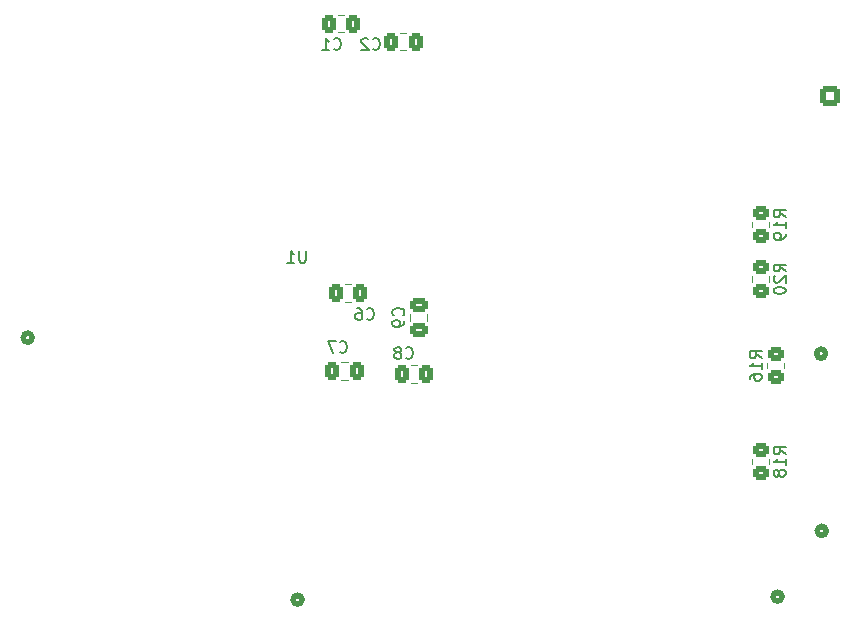
<source format=gbo>
G04 #@! TF.GenerationSoftware,KiCad,Pcbnew,8.0.5*
G04 #@! TF.CreationDate,2024-10-22T19:53:53-04:00*
G04 #@! TF.ProjectId,PCB_Schematic,5043425f-5363-4686-956d-617469632e6b,rev?*
G04 #@! TF.SameCoordinates,Original*
G04 #@! TF.FileFunction,Legend,Bot*
G04 #@! TF.FilePolarity,Positive*
%FSLAX46Y46*%
G04 Gerber Fmt 4.6, Leading zero omitted, Abs format (unit mm)*
G04 Created by KiCad (PCBNEW 8.0.5) date 2024-10-22 19:53:53*
%MOMM*%
%LPD*%
G01*
G04 APERTURE LIST*
G04 Aperture macros list*
%AMRoundRect*
0 Rectangle with rounded corners*
0 $1 Rounding radius*
0 $2 $3 $4 $5 $6 $7 $8 $9 X,Y pos of 4 corners*
0 Add a 4 corners polygon primitive as box body*
4,1,4,$2,$3,$4,$5,$6,$7,$8,$9,$2,$3,0*
0 Add four circle primitives for the rounded corners*
1,1,$1+$1,$2,$3*
1,1,$1+$1,$4,$5*
1,1,$1+$1,$6,$7*
1,1,$1+$1,$8,$9*
0 Add four rect primitives between the rounded corners*
20,1,$1+$1,$2,$3,$4,$5,0*
20,1,$1+$1,$4,$5,$6,$7,0*
20,1,$1+$1,$6,$7,$8,$9,0*
20,1,$1+$1,$8,$9,$2,$3,0*%
G04 Aperture macros list end*
%ADD10C,0.150000*%
%ADD11C,0.508000*%
%ADD12C,0.120000*%
%ADD13C,1.752600*%
%ADD14O,1.200000X2.900000*%
%ADD15RoundRect,0.250000X0.600000X0.600000X-0.600000X0.600000X-0.600000X-0.600000X0.600000X-0.600000X0*%
%ADD16C,1.700000*%
%ADD17C,2.200000*%
%ADD18RoundRect,0.250000X0.337500X0.475000X-0.337500X0.475000X-0.337500X-0.475000X0.337500X-0.475000X0*%
%ADD19RoundRect,0.250000X-0.475000X0.337500X-0.475000X-0.337500X0.475000X-0.337500X0.475000X0.337500X0*%
%ADD20RoundRect,0.250000X-0.337500X-0.475000X0.337500X-0.475000X0.337500X0.475000X-0.337500X0.475000X0*%
%ADD21RoundRect,0.250000X-0.450000X0.350000X-0.450000X-0.350000X0.450000X-0.350000X0.450000X0.350000X0*%
%ADD22RoundRect,0.250000X0.450000X-0.350000X0.450000X0.350000X-0.450000X0.350000X-0.450000X-0.350000X0*%
%ADD23C,0.600000*%
%ADD24C,0.800000*%
%ADD25C,5.000000*%
%ADD26C,1.000000*%
G04 APERTURE END LIST*
D10*
X117444904Y-94412819D02*
X117444904Y-95222342D01*
X117444904Y-95222342D02*
X117397285Y-95317580D01*
X117397285Y-95317580D02*
X117349666Y-95365200D01*
X117349666Y-95365200D02*
X117254428Y-95412819D01*
X117254428Y-95412819D02*
X117063952Y-95412819D01*
X117063952Y-95412819D02*
X116968714Y-95365200D01*
X116968714Y-95365200D02*
X116921095Y-95317580D01*
X116921095Y-95317580D02*
X116873476Y-95222342D01*
X116873476Y-95222342D02*
X116873476Y-94412819D01*
X115873476Y-95412819D02*
X116444904Y-95412819D01*
X116159190Y-95412819D02*
X116159190Y-94412819D01*
X116159190Y-94412819D02*
X116254428Y-94555676D01*
X116254428Y-94555676D02*
X116349666Y-94650914D01*
X116349666Y-94650914D02*
X116444904Y-94698533D01*
X123102666Y-77321580D02*
X123150285Y-77369200D01*
X123150285Y-77369200D02*
X123293142Y-77416819D01*
X123293142Y-77416819D02*
X123388380Y-77416819D01*
X123388380Y-77416819D02*
X123531237Y-77369200D01*
X123531237Y-77369200D02*
X123626475Y-77273961D01*
X123626475Y-77273961D02*
X123674094Y-77178723D01*
X123674094Y-77178723D02*
X123721713Y-76988247D01*
X123721713Y-76988247D02*
X123721713Y-76845390D01*
X123721713Y-76845390D02*
X123674094Y-76654914D01*
X123674094Y-76654914D02*
X123626475Y-76559676D01*
X123626475Y-76559676D02*
X123531237Y-76464438D01*
X123531237Y-76464438D02*
X123388380Y-76416819D01*
X123388380Y-76416819D02*
X123293142Y-76416819D01*
X123293142Y-76416819D02*
X123150285Y-76464438D01*
X123150285Y-76464438D02*
X123102666Y-76512057D01*
X122721713Y-76512057D02*
X122674094Y-76464438D01*
X122674094Y-76464438D02*
X122578856Y-76416819D01*
X122578856Y-76416819D02*
X122340761Y-76416819D01*
X122340761Y-76416819D02*
X122245523Y-76464438D01*
X122245523Y-76464438D02*
X122197904Y-76512057D01*
X122197904Y-76512057D02*
X122150285Y-76607295D01*
X122150285Y-76607295D02*
X122150285Y-76702533D01*
X122150285Y-76702533D02*
X122197904Y-76845390D01*
X122197904Y-76845390D02*
X122769332Y-77416819D01*
X122769332Y-77416819D02*
X122150285Y-77416819D01*
X125896666Y-103483580D02*
X125944285Y-103531200D01*
X125944285Y-103531200D02*
X126087142Y-103578819D01*
X126087142Y-103578819D02*
X126182380Y-103578819D01*
X126182380Y-103578819D02*
X126325237Y-103531200D01*
X126325237Y-103531200D02*
X126420475Y-103435961D01*
X126420475Y-103435961D02*
X126468094Y-103340723D01*
X126468094Y-103340723D02*
X126515713Y-103150247D01*
X126515713Y-103150247D02*
X126515713Y-103007390D01*
X126515713Y-103007390D02*
X126468094Y-102816914D01*
X126468094Y-102816914D02*
X126420475Y-102721676D01*
X126420475Y-102721676D02*
X126325237Y-102626438D01*
X126325237Y-102626438D02*
X126182380Y-102578819D01*
X126182380Y-102578819D02*
X126087142Y-102578819D01*
X126087142Y-102578819D02*
X125944285Y-102626438D01*
X125944285Y-102626438D02*
X125896666Y-102674057D01*
X125325237Y-103007390D02*
X125420475Y-102959771D01*
X125420475Y-102959771D02*
X125468094Y-102912152D01*
X125468094Y-102912152D02*
X125515713Y-102816914D01*
X125515713Y-102816914D02*
X125515713Y-102769295D01*
X125515713Y-102769295D02*
X125468094Y-102674057D01*
X125468094Y-102674057D02*
X125420475Y-102626438D01*
X125420475Y-102626438D02*
X125325237Y-102578819D01*
X125325237Y-102578819D02*
X125134761Y-102578819D01*
X125134761Y-102578819D02*
X125039523Y-102626438D01*
X125039523Y-102626438D02*
X124991904Y-102674057D01*
X124991904Y-102674057D02*
X124944285Y-102769295D01*
X124944285Y-102769295D02*
X124944285Y-102816914D01*
X124944285Y-102816914D02*
X124991904Y-102912152D01*
X124991904Y-102912152D02*
X125039523Y-102959771D01*
X125039523Y-102959771D02*
X125134761Y-103007390D01*
X125134761Y-103007390D02*
X125325237Y-103007390D01*
X125325237Y-103007390D02*
X125420475Y-103055009D01*
X125420475Y-103055009D02*
X125468094Y-103102628D01*
X125468094Y-103102628D02*
X125515713Y-103197866D01*
X125515713Y-103197866D02*
X125515713Y-103388342D01*
X125515713Y-103388342D02*
X125468094Y-103483580D01*
X125468094Y-103483580D02*
X125420475Y-103531200D01*
X125420475Y-103531200D02*
X125325237Y-103578819D01*
X125325237Y-103578819D02*
X125134761Y-103578819D01*
X125134761Y-103578819D02*
X125039523Y-103531200D01*
X125039523Y-103531200D02*
X124991904Y-103483580D01*
X124991904Y-103483580D02*
X124944285Y-103388342D01*
X124944285Y-103388342D02*
X124944285Y-103197866D01*
X124944285Y-103197866D02*
X124991904Y-103102628D01*
X124991904Y-103102628D02*
X125039523Y-103055009D01*
X125039523Y-103055009D02*
X125134761Y-103007390D01*
X120308666Y-102975580D02*
X120356285Y-103023200D01*
X120356285Y-103023200D02*
X120499142Y-103070819D01*
X120499142Y-103070819D02*
X120594380Y-103070819D01*
X120594380Y-103070819D02*
X120737237Y-103023200D01*
X120737237Y-103023200D02*
X120832475Y-102927961D01*
X120832475Y-102927961D02*
X120880094Y-102832723D01*
X120880094Y-102832723D02*
X120927713Y-102642247D01*
X120927713Y-102642247D02*
X120927713Y-102499390D01*
X120927713Y-102499390D02*
X120880094Y-102308914D01*
X120880094Y-102308914D02*
X120832475Y-102213676D01*
X120832475Y-102213676D02*
X120737237Y-102118438D01*
X120737237Y-102118438D02*
X120594380Y-102070819D01*
X120594380Y-102070819D02*
X120499142Y-102070819D01*
X120499142Y-102070819D02*
X120356285Y-102118438D01*
X120356285Y-102118438D02*
X120308666Y-102166057D01*
X119975332Y-102070819D02*
X119308666Y-102070819D01*
X119308666Y-102070819D02*
X119737237Y-103070819D01*
X119800666Y-77321580D02*
X119848285Y-77369200D01*
X119848285Y-77369200D02*
X119991142Y-77416819D01*
X119991142Y-77416819D02*
X120086380Y-77416819D01*
X120086380Y-77416819D02*
X120229237Y-77369200D01*
X120229237Y-77369200D02*
X120324475Y-77273961D01*
X120324475Y-77273961D02*
X120372094Y-77178723D01*
X120372094Y-77178723D02*
X120419713Y-76988247D01*
X120419713Y-76988247D02*
X120419713Y-76845390D01*
X120419713Y-76845390D02*
X120372094Y-76654914D01*
X120372094Y-76654914D02*
X120324475Y-76559676D01*
X120324475Y-76559676D02*
X120229237Y-76464438D01*
X120229237Y-76464438D02*
X120086380Y-76416819D01*
X120086380Y-76416819D02*
X119991142Y-76416819D01*
X119991142Y-76416819D02*
X119848285Y-76464438D01*
X119848285Y-76464438D02*
X119800666Y-76512057D01*
X118848285Y-77416819D02*
X119419713Y-77416819D01*
X119133999Y-77416819D02*
X119133999Y-76416819D01*
X119133999Y-76416819D02*
X119229237Y-76559676D01*
X119229237Y-76559676D02*
X119324475Y-76654914D01*
X119324475Y-76654914D02*
X119419713Y-76702533D01*
X125679580Y-99887833D02*
X125727200Y-99840214D01*
X125727200Y-99840214D02*
X125774819Y-99697357D01*
X125774819Y-99697357D02*
X125774819Y-99602119D01*
X125774819Y-99602119D02*
X125727200Y-99459262D01*
X125727200Y-99459262D02*
X125631961Y-99364024D01*
X125631961Y-99364024D02*
X125536723Y-99316405D01*
X125536723Y-99316405D02*
X125346247Y-99268786D01*
X125346247Y-99268786D02*
X125203390Y-99268786D01*
X125203390Y-99268786D02*
X125012914Y-99316405D01*
X125012914Y-99316405D02*
X124917676Y-99364024D01*
X124917676Y-99364024D02*
X124822438Y-99459262D01*
X124822438Y-99459262D02*
X124774819Y-99602119D01*
X124774819Y-99602119D02*
X124774819Y-99697357D01*
X124774819Y-99697357D02*
X124822438Y-99840214D01*
X124822438Y-99840214D02*
X124870057Y-99887833D01*
X125774819Y-100364024D02*
X125774819Y-100554500D01*
X125774819Y-100554500D02*
X125727200Y-100649738D01*
X125727200Y-100649738D02*
X125679580Y-100697357D01*
X125679580Y-100697357D02*
X125536723Y-100792595D01*
X125536723Y-100792595D02*
X125346247Y-100840214D01*
X125346247Y-100840214D02*
X124965295Y-100840214D01*
X124965295Y-100840214D02*
X124870057Y-100792595D01*
X124870057Y-100792595D02*
X124822438Y-100744976D01*
X124822438Y-100744976D02*
X124774819Y-100649738D01*
X124774819Y-100649738D02*
X124774819Y-100459262D01*
X124774819Y-100459262D02*
X124822438Y-100364024D01*
X124822438Y-100364024D02*
X124870057Y-100316405D01*
X124870057Y-100316405D02*
X124965295Y-100268786D01*
X124965295Y-100268786D02*
X125203390Y-100268786D01*
X125203390Y-100268786D02*
X125298628Y-100316405D01*
X125298628Y-100316405D02*
X125346247Y-100364024D01*
X125346247Y-100364024D02*
X125393866Y-100459262D01*
X125393866Y-100459262D02*
X125393866Y-100649738D01*
X125393866Y-100649738D02*
X125346247Y-100744976D01*
X125346247Y-100744976D02*
X125298628Y-100792595D01*
X125298628Y-100792595D02*
X125203390Y-100840214D01*
X122594666Y-100181580D02*
X122642285Y-100229200D01*
X122642285Y-100229200D02*
X122785142Y-100276819D01*
X122785142Y-100276819D02*
X122880380Y-100276819D01*
X122880380Y-100276819D02*
X123023237Y-100229200D01*
X123023237Y-100229200D02*
X123118475Y-100133961D01*
X123118475Y-100133961D02*
X123166094Y-100038723D01*
X123166094Y-100038723D02*
X123213713Y-99848247D01*
X123213713Y-99848247D02*
X123213713Y-99705390D01*
X123213713Y-99705390D02*
X123166094Y-99514914D01*
X123166094Y-99514914D02*
X123118475Y-99419676D01*
X123118475Y-99419676D02*
X123023237Y-99324438D01*
X123023237Y-99324438D02*
X122880380Y-99276819D01*
X122880380Y-99276819D02*
X122785142Y-99276819D01*
X122785142Y-99276819D02*
X122642285Y-99324438D01*
X122642285Y-99324438D02*
X122594666Y-99372057D01*
X121737523Y-99276819D02*
X121927999Y-99276819D01*
X121927999Y-99276819D02*
X122023237Y-99324438D01*
X122023237Y-99324438D02*
X122070856Y-99372057D01*
X122070856Y-99372057D02*
X122166094Y-99514914D01*
X122166094Y-99514914D02*
X122213713Y-99705390D01*
X122213713Y-99705390D02*
X122213713Y-100086342D01*
X122213713Y-100086342D02*
X122166094Y-100181580D01*
X122166094Y-100181580D02*
X122118475Y-100229200D01*
X122118475Y-100229200D02*
X122023237Y-100276819D01*
X122023237Y-100276819D02*
X121832761Y-100276819D01*
X121832761Y-100276819D02*
X121737523Y-100229200D01*
X121737523Y-100229200D02*
X121689904Y-100181580D01*
X121689904Y-100181580D02*
X121642285Y-100086342D01*
X121642285Y-100086342D02*
X121642285Y-99848247D01*
X121642285Y-99848247D02*
X121689904Y-99753009D01*
X121689904Y-99753009D02*
X121737523Y-99705390D01*
X121737523Y-99705390D02*
X121832761Y-99657771D01*
X121832761Y-99657771D02*
X122023237Y-99657771D01*
X122023237Y-99657771D02*
X122118475Y-99705390D01*
X122118475Y-99705390D02*
X122166094Y-99753009D01*
X122166094Y-99753009D02*
X122213713Y-99848247D01*
X156030819Y-103497142D02*
X155554628Y-103163809D01*
X156030819Y-102925714D02*
X155030819Y-102925714D01*
X155030819Y-102925714D02*
X155030819Y-103306666D01*
X155030819Y-103306666D02*
X155078438Y-103401904D01*
X155078438Y-103401904D02*
X155126057Y-103449523D01*
X155126057Y-103449523D02*
X155221295Y-103497142D01*
X155221295Y-103497142D02*
X155364152Y-103497142D01*
X155364152Y-103497142D02*
X155459390Y-103449523D01*
X155459390Y-103449523D02*
X155507009Y-103401904D01*
X155507009Y-103401904D02*
X155554628Y-103306666D01*
X155554628Y-103306666D02*
X155554628Y-102925714D01*
X156030819Y-104449523D02*
X156030819Y-103878095D01*
X156030819Y-104163809D02*
X155030819Y-104163809D01*
X155030819Y-104163809D02*
X155173676Y-104068571D01*
X155173676Y-104068571D02*
X155268914Y-103973333D01*
X155268914Y-103973333D02*
X155316533Y-103878095D01*
X155030819Y-105306666D02*
X155030819Y-105116190D01*
X155030819Y-105116190D02*
X155078438Y-105020952D01*
X155078438Y-105020952D02*
X155126057Y-104973333D01*
X155126057Y-104973333D02*
X155268914Y-104878095D01*
X155268914Y-104878095D02*
X155459390Y-104830476D01*
X155459390Y-104830476D02*
X155840342Y-104830476D01*
X155840342Y-104830476D02*
X155935580Y-104878095D01*
X155935580Y-104878095D02*
X155983200Y-104925714D01*
X155983200Y-104925714D02*
X156030819Y-105020952D01*
X156030819Y-105020952D02*
X156030819Y-105211428D01*
X156030819Y-105211428D02*
X155983200Y-105306666D01*
X155983200Y-105306666D02*
X155935580Y-105354285D01*
X155935580Y-105354285D02*
X155840342Y-105401904D01*
X155840342Y-105401904D02*
X155602247Y-105401904D01*
X155602247Y-105401904D02*
X155507009Y-105354285D01*
X155507009Y-105354285D02*
X155459390Y-105306666D01*
X155459390Y-105306666D02*
X155411771Y-105211428D01*
X155411771Y-105211428D02*
X155411771Y-105020952D01*
X155411771Y-105020952D02*
X155459390Y-104925714D01*
X155459390Y-104925714D02*
X155507009Y-104878095D01*
X155507009Y-104878095D02*
X155602247Y-104830476D01*
X158060819Y-111625142D02*
X157584628Y-111291809D01*
X158060819Y-111053714D02*
X157060819Y-111053714D01*
X157060819Y-111053714D02*
X157060819Y-111434666D01*
X157060819Y-111434666D02*
X157108438Y-111529904D01*
X157108438Y-111529904D02*
X157156057Y-111577523D01*
X157156057Y-111577523D02*
X157251295Y-111625142D01*
X157251295Y-111625142D02*
X157394152Y-111625142D01*
X157394152Y-111625142D02*
X157489390Y-111577523D01*
X157489390Y-111577523D02*
X157537009Y-111529904D01*
X157537009Y-111529904D02*
X157584628Y-111434666D01*
X157584628Y-111434666D02*
X157584628Y-111053714D01*
X158060819Y-112577523D02*
X158060819Y-112006095D01*
X158060819Y-112291809D02*
X157060819Y-112291809D01*
X157060819Y-112291809D02*
X157203676Y-112196571D01*
X157203676Y-112196571D02*
X157298914Y-112101333D01*
X157298914Y-112101333D02*
X157346533Y-112006095D01*
X157489390Y-113148952D02*
X157441771Y-113053714D01*
X157441771Y-113053714D02*
X157394152Y-113006095D01*
X157394152Y-113006095D02*
X157298914Y-112958476D01*
X157298914Y-112958476D02*
X157251295Y-112958476D01*
X157251295Y-112958476D02*
X157156057Y-113006095D01*
X157156057Y-113006095D02*
X157108438Y-113053714D01*
X157108438Y-113053714D02*
X157060819Y-113148952D01*
X157060819Y-113148952D02*
X157060819Y-113339428D01*
X157060819Y-113339428D02*
X157108438Y-113434666D01*
X157108438Y-113434666D02*
X157156057Y-113482285D01*
X157156057Y-113482285D02*
X157251295Y-113529904D01*
X157251295Y-113529904D02*
X157298914Y-113529904D01*
X157298914Y-113529904D02*
X157394152Y-113482285D01*
X157394152Y-113482285D02*
X157441771Y-113434666D01*
X157441771Y-113434666D02*
X157489390Y-113339428D01*
X157489390Y-113339428D02*
X157489390Y-113148952D01*
X157489390Y-113148952D02*
X157537009Y-113053714D01*
X157537009Y-113053714D02*
X157584628Y-113006095D01*
X157584628Y-113006095D02*
X157679866Y-112958476D01*
X157679866Y-112958476D02*
X157870342Y-112958476D01*
X157870342Y-112958476D02*
X157965580Y-113006095D01*
X157965580Y-113006095D02*
X158013200Y-113053714D01*
X158013200Y-113053714D02*
X158060819Y-113148952D01*
X158060819Y-113148952D02*
X158060819Y-113339428D01*
X158060819Y-113339428D02*
X158013200Y-113434666D01*
X158013200Y-113434666D02*
X157965580Y-113482285D01*
X157965580Y-113482285D02*
X157870342Y-113529904D01*
X157870342Y-113529904D02*
X157679866Y-113529904D01*
X157679866Y-113529904D02*
X157584628Y-113482285D01*
X157584628Y-113482285D02*
X157537009Y-113434666D01*
X157537009Y-113434666D02*
X157489390Y-113339428D01*
X158060819Y-91559142D02*
X157584628Y-91225809D01*
X158060819Y-90987714D02*
X157060819Y-90987714D01*
X157060819Y-90987714D02*
X157060819Y-91368666D01*
X157060819Y-91368666D02*
X157108438Y-91463904D01*
X157108438Y-91463904D02*
X157156057Y-91511523D01*
X157156057Y-91511523D02*
X157251295Y-91559142D01*
X157251295Y-91559142D02*
X157394152Y-91559142D01*
X157394152Y-91559142D02*
X157489390Y-91511523D01*
X157489390Y-91511523D02*
X157537009Y-91463904D01*
X157537009Y-91463904D02*
X157584628Y-91368666D01*
X157584628Y-91368666D02*
X157584628Y-90987714D01*
X158060819Y-92511523D02*
X158060819Y-91940095D01*
X158060819Y-92225809D02*
X157060819Y-92225809D01*
X157060819Y-92225809D02*
X157203676Y-92130571D01*
X157203676Y-92130571D02*
X157298914Y-92035333D01*
X157298914Y-92035333D02*
X157346533Y-91940095D01*
X158060819Y-92987714D02*
X158060819Y-93178190D01*
X158060819Y-93178190D02*
X158013200Y-93273428D01*
X158013200Y-93273428D02*
X157965580Y-93321047D01*
X157965580Y-93321047D02*
X157822723Y-93416285D01*
X157822723Y-93416285D02*
X157632247Y-93463904D01*
X157632247Y-93463904D02*
X157251295Y-93463904D01*
X157251295Y-93463904D02*
X157156057Y-93416285D01*
X157156057Y-93416285D02*
X157108438Y-93368666D01*
X157108438Y-93368666D02*
X157060819Y-93273428D01*
X157060819Y-93273428D02*
X157060819Y-93082952D01*
X157060819Y-93082952D02*
X157108438Y-92987714D01*
X157108438Y-92987714D02*
X157156057Y-92940095D01*
X157156057Y-92940095D02*
X157251295Y-92892476D01*
X157251295Y-92892476D02*
X157489390Y-92892476D01*
X157489390Y-92892476D02*
X157584628Y-92940095D01*
X157584628Y-92940095D02*
X157632247Y-92987714D01*
X157632247Y-92987714D02*
X157679866Y-93082952D01*
X157679866Y-93082952D02*
X157679866Y-93273428D01*
X157679866Y-93273428D02*
X157632247Y-93368666D01*
X157632247Y-93368666D02*
X157584628Y-93416285D01*
X157584628Y-93416285D02*
X157489390Y-93463904D01*
X158060819Y-96147142D02*
X157584628Y-95813809D01*
X158060819Y-95575714D02*
X157060819Y-95575714D01*
X157060819Y-95575714D02*
X157060819Y-95956666D01*
X157060819Y-95956666D02*
X157108438Y-96051904D01*
X157108438Y-96051904D02*
X157156057Y-96099523D01*
X157156057Y-96099523D02*
X157251295Y-96147142D01*
X157251295Y-96147142D02*
X157394152Y-96147142D01*
X157394152Y-96147142D02*
X157489390Y-96099523D01*
X157489390Y-96099523D02*
X157537009Y-96051904D01*
X157537009Y-96051904D02*
X157584628Y-95956666D01*
X157584628Y-95956666D02*
X157584628Y-95575714D01*
X157156057Y-96528095D02*
X157108438Y-96575714D01*
X157108438Y-96575714D02*
X157060819Y-96670952D01*
X157060819Y-96670952D02*
X157060819Y-96909047D01*
X157060819Y-96909047D02*
X157108438Y-97004285D01*
X157108438Y-97004285D02*
X157156057Y-97051904D01*
X157156057Y-97051904D02*
X157251295Y-97099523D01*
X157251295Y-97099523D02*
X157346533Y-97099523D01*
X157346533Y-97099523D02*
X157489390Y-97051904D01*
X157489390Y-97051904D02*
X158060819Y-96480476D01*
X158060819Y-96480476D02*
X158060819Y-97099523D01*
X157060819Y-97718571D02*
X157060819Y-97813809D01*
X157060819Y-97813809D02*
X157108438Y-97909047D01*
X157108438Y-97909047D02*
X157156057Y-97956666D01*
X157156057Y-97956666D02*
X157251295Y-98004285D01*
X157251295Y-98004285D02*
X157441771Y-98051904D01*
X157441771Y-98051904D02*
X157679866Y-98051904D01*
X157679866Y-98051904D02*
X157870342Y-98004285D01*
X157870342Y-98004285D02*
X157965580Y-97956666D01*
X157965580Y-97956666D02*
X158013200Y-97909047D01*
X158013200Y-97909047D02*
X158060819Y-97813809D01*
X158060819Y-97813809D02*
X158060819Y-97718571D01*
X158060819Y-97718571D02*
X158013200Y-97623333D01*
X158013200Y-97623333D02*
X157965580Y-97575714D01*
X157965580Y-97575714D02*
X157870342Y-97528095D01*
X157870342Y-97528095D02*
X157679866Y-97480476D01*
X157679866Y-97480476D02*
X157441771Y-97480476D01*
X157441771Y-97480476D02*
X157251295Y-97528095D01*
X157251295Y-97528095D02*
X157156057Y-97575714D01*
X157156057Y-97575714D02*
X157108438Y-97623333D01*
X157108438Y-97623333D02*
X157060819Y-97718571D01*
D11*
X161448597Y-103128800D02*
G75*
G02*
X160686597Y-103128800I-381000J0D01*
G01*
X160686597Y-103128800D02*
G75*
G02*
X161448597Y-103128800I381000J0D01*
G01*
X161514000Y-118125600D02*
G75*
G02*
X160752000Y-118125600I-381000J0D01*
G01*
X160752000Y-118125600D02*
G75*
G02*
X161514000Y-118125600I381000J0D01*
G01*
X117128600Y-123952000D02*
G75*
G02*
X116366600Y-123952000I-381000J0D01*
G01*
X116366600Y-123952000D02*
G75*
G02*
X117128600Y-123952000I381000J0D01*
G01*
X94282500Y-101770900D02*
G75*
G02*
X93520500Y-101770900I-381000J0D01*
G01*
X93520500Y-101770900D02*
G75*
G02*
X94282500Y-101770900I381000J0D01*
G01*
X157768600Y-123698000D02*
G75*
G02*
X157006600Y-123698000I-381000J0D01*
G01*
X157006600Y-123698000D02*
G75*
G02*
X157768600Y-123698000I381000J0D01*
G01*
D12*
X125447248Y-75973000D02*
X125969752Y-75973000D01*
X125447248Y-77443000D02*
X125969752Y-77443000D01*
X126349248Y-104101000D02*
X126871752Y-104101000D01*
X126349248Y-105571000D02*
X126871752Y-105571000D01*
X120464248Y-103847000D02*
X120986752Y-103847000D01*
X120464248Y-105317000D02*
X120986752Y-105317000D01*
X120156248Y-74449000D02*
X120678752Y-74449000D01*
X120156248Y-75919000D02*
X120678752Y-75919000D01*
X126265000Y-100315752D02*
X126265000Y-99793248D01*
X127735000Y-100315752D02*
X127735000Y-99793248D01*
X121283752Y-97243000D02*
X120761248Y-97243000D01*
X121283752Y-98713000D02*
X120761248Y-98713000D01*
X156491000Y-104367064D02*
X156491000Y-103912936D01*
X157961000Y-104367064D02*
X157961000Y-103912936D01*
X155221000Y-112040936D02*
X155221000Y-112495064D01*
X156691000Y-112040936D02*
X156691000Y-112495064D01*
X155221000Y-91974936D02*
X155221000Y-92429064D01*
X156691000Y-91974936D02*
X156691000Y-92429064D01*
X155221000Y-96562936D02*
X155221000Y-97017064D01*
X156691000Y-96562936D02*
X156691000Y-97017064D01*
%LPC*%
D13*
X161067597Y-99919200D03*
X161067597Y-97419200D03*
X161067597Y-94919200D03*
X161067597Y-92419200D03*
D14*
X153720000Y-41650000D03*
X140920000Y-41650000D03*
D13*
X161133000Y-114916000D03*
X161133000Y-112416000D03*
X161133000Y-109916000D03*
X161133000Y-107416000D03*
D15*
X161798000Y-81280000D03*
D16*
X159258000Y-81280000D03*
X161798000Y-78740000D03*
X159258000Y-78740000D03*
X161798000Y-76200000D03*
X159258000Y-76200000D03*
X161798000Y-73660000D03*
X159258000Y-73660000D03*
X161798000Y-71120000D03*
X159258000Y-71120000D03*
D13*
X113538000Y-123952000D03*
X111038000Y-123952000D03*
X108538000Y-123952000D03*
X106038000Y-123952000D03*
D17*
X91613000Y-36156000D03*
X163322000Y-123698000D03*
D13*
X93901500Y-104980500D03*
X93901500Y-107480500D03*
X93901500Y-109980500D03*
X93901500Y-112480500D03*
D17*
X163322000Y-36068000D03*
D13*
X154178000Y-123698000D03*
X151678000Y-123698000D03*
X149178000Y-123698000D03*
X146678000Y-123698000D03*
D17*
X91694000Y-123698000D03*
D18*
X126746000Y-76708000D03*
X124671000Y-76708000D03*
X127648000Y-104836000D03*
X125573000Y-104836000D03*
X121763000Y-104582000D03*
X119688000Y-104582000D03*
X121455000Y-75184000D03*
X119380000Y-75184000D03*
D19*
X127000000Y-99017000D03*
X127000000Y-101092000D03*
D20*
X119985000Y-97978000D03*
X122060000Y-97978000D03*
D21*
X157226000Y-103140000D03*
X157226000Y-105140000D03*
D22*
X155956000Y-113268000D03*
X155956000Y-111268000D03*
X155956000Y-93202000D03*
X155956000Y-91202000D03*
X155956000Y-97790000D03*
X155956000Y-95790000D03*
D23*
X114046000Y-33274000D03*
X106172000Y-64770000D03*
X138176000Y-67310000D03*
X129794000Y-77216000D03*
X129032000Y-78994000D03*
X127762000Y-80772000D03*
X127000000Y-81280000D03*
D24*
X123952000Y-70104000D03*
X123190000Y-68834000D03*
X114808000Y-72390000D03*
X125730000Y-80772000D03*
X120396000Y-81280000D03*
D23*
X132080000Y-97536000D03*
D24*
X137414000Y-37846000D03*
D23*
X151892000Y-56896000D03*
X147574000Y-55626000D03*
X125222000Y-69596000D03*
D24*
X145288000Y-82296000D03*
D23*
X122936000Y-73660000D03*
X118364000Y-107696000D03*
D24*
X133604000Y-56896000D03*
D23*
X124714000Y-124460000D03*
X92964000Y-48768000D03*
D24*
X164592000Y-53848000D03*
D23*
X120396000Y-70358000D03*
D24*
X147574000Y-87884000D03*
D23*
X148590000Y-94996000D03*
D24*
X133604000Y-83566000D03*
X103886000Y-82550000D03*
X125984000Y-55118000D03*
D23*
X111760000Y-45466000D03*
X108712000Y-69088000D03*
X114300000Y-85344000D03*
X100838000Y-50800000D03*
D24*
X151892000Y-60960000D03*
X130556000Y-89154000D03*
X94742000Y-96774000D03*
X139954000Y-58166000D03*
X108458000Y-74676000D03*
D23*
X100838000Y-94742000D03*
X101854000Y-50800000D03*
X114300000Y-63500000D03*
X109037500Y-114565500D03*
X113538000Y-91440000D03*
D24*
X110744000Y-88138000D03*
X148844000Y-114808000D03*
D23*
X112522000Y-101600000D03*
D24*
X134874000Y-42926000D03*
D23*
X104648000Y-109220000D03*
D24*
X164084000Y-61468000D03*
D23*
X96266000Y-48260000D03*
D24*
X137922000Y-78740000D03*
D23*
X121666000Y-70104000D03*
D24*
X144780000Y-54356000D03*
D23*
X100838000Y-49784000D03*
D24*
X102870000Y-96774000D03*
D23*
X103124000Y-49784000D03*
D24*
X141478000Y-117602000D03*
X130302000Y-65024000D03*
D23*
X124714000Y-126492000D03*
X154178000Y-53086000D03*
X107950000Y-46736000D03*
X94488000Y-82042000D03*
X102870000Y-50800000D03*
X134820000Y-77149000D03*
D24*
X109474000Y-91694000D03*
X137414000Y-82296000D03*
X138938000Y-106680000D03*
D23*
X121666000Y-89408000D03*
X120291000Y-93726000D03*
X116078000Y-101600000D03*
D24*
X99314000Y-120396000D03*
X90932000Y-118872000D03*
D23*
X155956000Y-38354000D03*
X92964000Y-65278000D03*
D24*
X137414000Y-90678000D03*
D23*
X119380000Y-111252000D03*
X103378000Y-61722000D03*
X158750000Y-88900000D03*
D24*
X94742000Y-118364000D03*
D23*
X101854000Y-49784000D03*
D24*
X110744000Y-64262000D03*
X140970000Y-89154000D03*
D23*
X129032000Y-111506000D03*
X97028000Y-95758000D03*
D24*
X110744000Y-80264000D03*
D23*
X114935000Y-113919000D03*
X122936000Y-80772000D03*
D24*
X142240000Y-48260000D03*
D23*
X94742000Y-49530000D03*
D24*
X126746000Y-33782000D03*
D23*
X102870000Y-71628000D03*
X110236000Y-83820000D03*
X96266000Y-50038000D03*
X95504000Y-46482000D03*
X104902000Y-35052000D03*
D24*
X114300000Y-116332000D03*
D23*
X125984000Y-118364000D03*
D24*
X115316000Y-81534000D03*
D23*
X106172000Y-69596000D03*
X92710000Y-46736000D03*
X124968000Y-121412000D03*
D25*
X120904000Y-121412000D03*
D24*
X140208000Y-122428000D03*
X148590000Y-109474000D03*
X109220000Y-36830000D03*
D23*
X125984000Y-109474000D03*
X129032000Y-71374000D03*
X125984000Y-74422000D03*
X102616000Y-41656000D03*
D24*
X120142000Y-99568000D03*
D26*
X132080000Y-96266000D03*
D24*
X121920000Y-102870000D03*
D23*
X124714000Y-49784000D03*
X127254000Y-103124000D03*
X146304000Y-78740000D03*
X107696000Y-48768000D03*
X105410000Y-48006000D03*
X121455000Y-76665000D03*
X123190000Y-75184000D03*
X120269000Y-88773000D03*
X125476000Y-85598000D03*
D24*
X115824000Y-43180000D03*
X115824000Y-50292000D03*
X109220000Y-102713456D03*
X135636000Y-102362000D03*
D23*
X143002000Y-98298000D03*
D24*
X139954000Y-101346000D03*
D23*
X136652000Y-98044000D03*
X112776000Y-107442000D03*
D24*
X122428000Y-115062000D03*
X118110000Y-115062000D03*
X127254000Y-115062000D03*
X124714000Y-115062000D03*
X120142000Y-115062000D03*
D23*
X124206000Y-74168000D03*
D24*
X130005000Y-75438000D03*
%LPD*%
M02*

</source>
